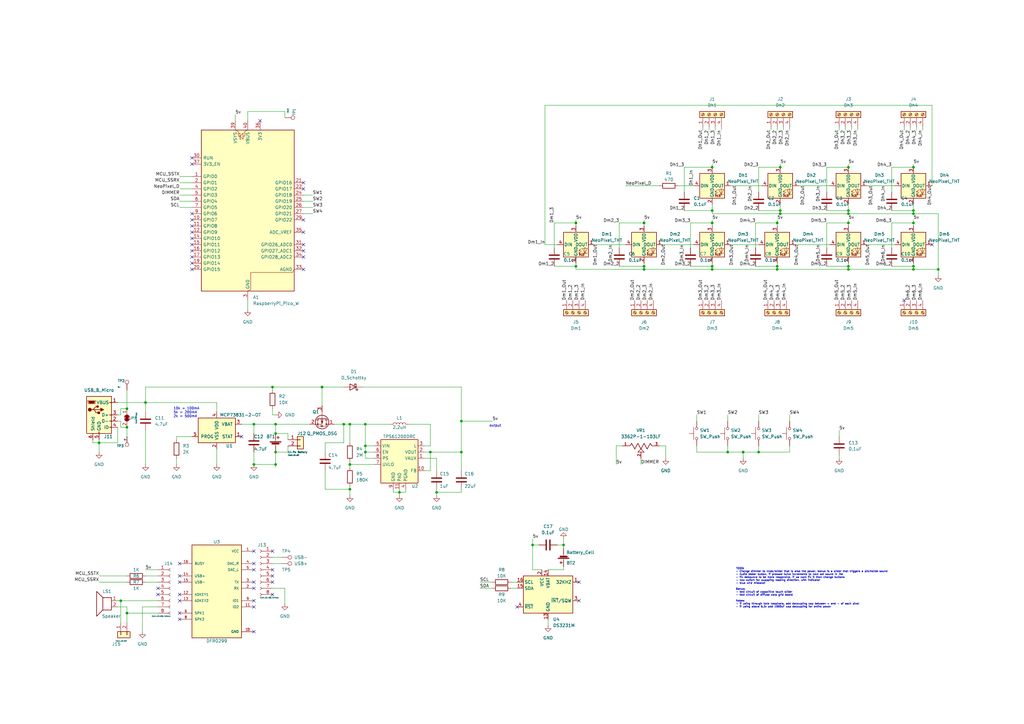
<source format=kicad_sch>
(kicad_sch (version 20250114) (generator "eeschema") (generator_version "9.0")
  (paper "A3")
  (title_block (title "JoeyFrank - Clock Circuit Template") (date "2022-12-23") (rev "5") (company "DCR"))
  (text "10k = 100mA\n5k = 200mA\n2k = 500mA" (at 71.12 171.45 0) (effects (font (size 1 1)) (justify left bottom)))
  (text "TODO: \n- Change dimmer to knob/slider that is also the power, bonus is a slider that triggers a pitchslide sound\n- Audio tester button, if pressed twice increments to next set sound in list\n- fix debounce to be more responsive, if we cant fix it then change buttons\n- new switch for swapping reading direction, with indicator \n- blue wire mistake!\n\nBonus: \n- test circuit of capacitive touch slider\n- test circuit of diffuse colo grid board\n\nNotes:\n- if using through hole neopixels, add decoupling cap between + and - of each pixel\n- if using above 6.3v add 1000uF cap decoupling for entire power" (at 301.752 249.428 0) (effects (font (size 0.75 0.75)) (justify left bottom)))
  (text "output" (at 200.66 175.26 0) (effects (font (size 1 1)) (justify left bottom)))
  (junction (at 143.51 200.66))
  (junction (at 384.81 110.49))
  (junction (at 264.16 91.44))
  (junction (at 264.16 110.49))
  (junction (at 49.53 246.38))
  (junction (at 52.07 251.46))
  (junction (at 149.86 173.99))
  (junction (at 236.22 109.22))
  (junction (at 104.14 173.99))
  (junction (at 113.03 190.5))
  (junction (at 40.64 181.61))
  (junction (at 347.98 68.58))
  (junction (at 347.98 109.22))
  (junction (at 320.04 86.36))
  (junction (at 52.07 175.26))
  (junction (at 218.44 223.52))
  (junction (at 318.77 91.44))
  (junction (at 311.15 185.42))
  (junction (at 143.51 173.99))
  (junction (at 292.1 68.58))
  (junction (at 292.1 110.49))
  (junction (at 231.14 223.52))
  (junction (at 104.14 190.5))
  (junction (at 149.86 185.42))
  (junction (at 298.45 185.42))
  (junction (at 113.03 173.99))
  (junction (at 140.97 173.99))
  (junction (at 143.51 190.5))
  (junction (at 320.04 68.58))
  (junction (at 163.83 201.93))
  (junction (at 374.65 87.63))
  (junction (at 52.07 167.64))
  (junction (at 318.77 110.49))
  (junction (at 374.65 110.49))
  (junction (at 113.03 185.42))
  (junction (at 292.1 91.44))
  (junction (at 189.23 172.72))
  (junction (at 113.03 177.8))
  (junction (at 149.86 182.88))
  (junction (at 132.08 158.75))
  (junction (at 374.65 68.58))
  (junction (at 374.65 91.44))
  (junction (at 111.76 158.75))
  (junction (at 59.69 165.1))
  (junction (at 176.53 185.42))
  (junction (at 179.07 201.93))
  (junction (at 189.23 185.42))
  (junction (at 347.98 87.63))
  (junction (at 318.77 109.22))
  (junction (at 304.8 185.42))
  (junction (at 292.1 109.22))
  (junction (at 347.98 110.49))
  (junction (at 374.65 86.36))
  (junction (at 347.98 86.36))
  (junction (at 264.16 109.22))
  (junction (at 292.1 86.36))
  (junction (at 347.98 91.44))
  (junction (at 320.04 87.63))
  (junction (at 236.22 91.44))
  (junction (at 374.65 109.22))
  (no_connect (at 64.77 243.84))
  (no_connect (at 212.09 248.92))
  (no_connect (at 124.46 77.47))
  (no_connect (at 124.46 100.33))
  (no_connect (at 73.66 251.46))
  (no_connect (at 73.66 254))
  (no_connect (at 78.74 102.87))
  (no_connect (at 64.77 241.3))
  (no_connect (at 104.14 233.68))
  (no_connect (at 78.74 67.31))
  (no_connect (at 104.14 248.92))
  (no_connect (at 78.74 90.17))
  (no_connect (at 382.27 100.33))
  (no_connect (at 124.46 95.25))
  (no_connect (at 73.66 238.76))
  (no_connect (at 73.66 243.84))
  (no_connect (at 124.46 90.17))
  (no_connect (at 73.66 236.22))
  (no_connect (at 73.66 246.38))
  (no_connect (at 111.76 233.68))
  (no_connect (at 111.76 226.06))
  (no_connect (at 78.74 107.95))
  (no_connect (at 78.74 95.25))
  (no_connect (at 78.74 87.63))
  (no_connect (at 104.14 259.08))
  (no_connect (at 237.49 238.76))
  (no_connect (at 99.06 179.07))
  (no_connect (at 111.76 236.22))
  (no_connect (at 124.46 74.93))
  (no_connect (at 104.14 226.06))
  (no_connect (at 73.66 231.14))
  (no_connect (at 124.46 105.41))
  (no_connect (at 237.49 246.38))
  (no_connect (at 78.74 92.71))
  (no_connect (at 78.74 64.77))
  (no_connect (at 111.76 243.84))
  (no_connect (at 124.46 102.87))
  (no_connect (at 106.68 49.53))
  (no_connect (at 78.74 105.41))
  (no_connect (at 124.46 110.49))
  (no_connect (at 370.84 123.19))
  (no_connect (at 104.14 238.76))
  (no_connect (at 104.14 241.3))
  (no_connect (at 111.76 238.76))
  (no_connect (at 78.74 97.79))
  (no_connect (at 104.14 246.38))
  (no_connect (at 78.74 100.33))
  (no_connect (at 78.74 110.49))
  (no_connect (at 104.14 231.14))
  (wire (pts (xy 167.64 173.99) (xy 176.53 173.99)))
  (wire (pts (xy 295.91 52.07) (xy 295.91 53.34)))
  (wire (pts (xy 143.51 189.23) (xy 143.51 190.5)))
  (wire (pts (xy 116.84 241.3) (xy 116.84 247.65)))
  (wire (pts (xy 349.25 52.07) (xy 349.25 53.34)))
  (wire (pts (xy 176.53 185.42) (xy 189.23 185.42)))
  (wire (pts (xy 382.27 43.18) (xy 223.52 43.18)))
  (wire (pts (xy 271.78 100.33) (xy 284.48 100.33)))
  (wire (pts (xy 292.1 83.82) (xy 292.1 86.36)))
  (wire (pts (xy 124.46 82.55) (xy 128.27 82.55)))
  (wire (pts (xy 163.83 201.93) (xy 163.83 203.2)))
  (wire (pts (xy 327.66 76.2) (xy 340.36 76.2)))
  (wire (pts (xy 133.35 185.42) (xy 133.35 181.61)))
  (wire (pts (xy 278.13 76.2) (xy 284.48 76.2)))
  (wire (pts (xy 298.45 185.42) (xy 304.8 185.42)))
  (wire (pts (xy 374.65 86.36) (xy 374.65 87.63)))
  (wire (pts (xy 254 109.22) (xy 264.16 109.22)))
  (wire (pts (xy 88.9 184.15) (xy 88.9 190.5)))
  (wire (pts (xy 49.53 170.18) (xy 49.53 167.64)))
  (wire (pts (xy 153.67 187.96) (xy 149.86 187.96)))
  (wire (pts (xy 347.98 83.82) (xy 347.98 86.36)))
  (wire (pts (xy 318.77 110.49) (xy 347.98 110.49)))
  (wire (pts (xy 64.77 233.68) (xy 59.69 233.68)))
  (wire (pts (xy 373.38 52.07) (xy 373.38 53.34)))
  (wire (pts (xy 309.88 91.44) (xy 318.77 91.44)))
  (wire (pts (xy 228.6 223.52) (xy 231.14 223.52)))
  (wire (pts (xy 113.03 173.99) (xy 127 173.99)))
  (wire (pts (xy 285.75 170.18) (xy 285.75 172.72)))
  (wire (pts (xy 365.76 101.6) (xy 365.76 91.44)))
  (wire (pts (xy 311.15 86.36) (xy 320.04 86.36)))
  (wire (pts (xy 189.23 200.66) (xy 189.23 201.93)))
  (wire (pts (xy 347.98 107.95) (xy 347.98 109.22)))
  (wire (pts (xy 166.37 200.66) (xy 166.37 201.93)))
  (wire (pts (xy 339.09 78.74) (xy 339.09 68.58)))
  (wire (pts (xy 365.76 86.36) (xy 374.65 86.36)))
  (wire (pts (xy 40.64 180.34) (xy 40.64 181.61)))
  (wire (pts (xy 344.17 176.53) (xy 344.17 179.07)))
  (wire (pts (xy 339.09 86.36) (xy 347.98 86.36)))
  (wire (pts (xy 227.33 91.44) (xy 236.22 91.44)))
  (wire (pts (xy 48.26 170.18) (xy 49.53 170.18)))
  (wire (pts (xy 254 91.44) (xy 264.16 91.44)))
  (wire (pts (xy 254 101.6) (xy 254 91.44)))
  (wire (pts (xy 292.1 67.31) (xy 292.1 68.58)))
  (wire (pts (xy 355.6 100.33) (xy 367.03 100.33)))
  (wire (pts (xy 280.67 78.74) (xy 280.67 68.58)))
  (wire (pts (xy 52.07 251.46) (xy 52.07 255.27)))
  (wire (pts (xy 88.9 165.1) (xy 88.9 168.91)))
  (wire (pts (xy 73.66 85.09) (xy 78.74 85.09)))
  (wire (pts (xy 298.45 170.18) (xy 298.45 172.72)))
  (wire (pts (xy 176.53 182.88) (xy 173.99 182.88)))
  (wire (pts (xy 320.04 83.82) (xy 320.04 86.36)))
  (wire (pts (xy 40.64 181.61) (xy 40.64 185.42)))
  (wire (pts (xy 243.84 100.33) (xy 256.54 100.33)))
  (wire (pts (xy 231.14 220.98) (xy 231.14 223.52)))
  (wire (pts (xy 355.6 76.2) (xy 367.03 76.2)))
  (wire (pts (xy 288.29 52.07) (xy 288.29 53.34)))
  (wire (pts (xy 283.21 109.22) (xy 292.1 109.22)))
  (wire (pts (xy 176.53 193.04) (xy 176.53 185.42)))
  (wire (pts (xy 374.65 92.71) (xy 374.65 91.44)))
  (wire (pts (xy 252.73 182.88) (xy 252.73 190.5)))
  (wire (pts (xy 323.85 52.07) (xy 323.85 53.34)))
  (wire (pts (xy 101.6 45.72) (xy 101.6 49.53)))
  (wire (pts (xy 149.86 173.99) (xy 160.02 173.99)))
  (wire (pts (xy 318.77 92.71) (xy 318.77 91.44)))
  (wire (pts (xy 99.06 173.99) (xy 104.14 173.99)))
  (wire (pts (xy 48.26 175.26) (xy 48.26 181.61)))
  (wire (pts (xy 344.17 52.07) (xy 344.17 53.34)))
  (wire (pts (xy 320.04 68.58) (xy 320.04 67.31)))
  (wire (pts (xy 374.65 110.49) (xy 384.81 110.49)))
  (wire (pts (xy 285.75 182.88) (xy 285.75 185.42)))
  (wire (pts (xy 64.77 236.22) (xy 59.69 236.22)))
  (wire (pts (xy 318.77 52.07) (xy 318.77 53.34)))
  (wire (pts (xy 323.85 182.88) (xy 323.85 185.42)))
  (wire (pts (xy 118.11 182.88) (xy 118.11 185.42)))
  (wire (pts (xy 218.44 223.52) (xy 220.98 223.52)))
  (wire (pts (xy 374.65 109.22) (xy 374.65 110.49)))
  (wire (pts (xy 347.98 87.63) (xy 374.65 87.63)))
  (wire (pts (xy 132.08 158.75) (xy 140.97 158.75)))
  (wire (pts (xy 40.64 236.22) (xy 52.07 236.22)))
  (wire (pts (xy 189.23 172.72) (xy 189.23 185.42)))
  (wire (pts (xy 64.77 248.92) (xy 58.42 248.92)))
  (wire (pts (xy 318.77 91.44) (xy 318.77 90.17)))
  (wire (pts (xy 52.07 175.26) (xy 49.53 175.26)))
  (wire (pts (xy 104.14 185.42) (xy 104.14 190.5)))
  (wire (pts (xy 143.51 190.5) (xy 153.67 190.5)))
  (wire (pts (xy 304.8 185.42) (xy 311.15 185.42)))
  (wire (pts (xy 299.72 100.33) (xy 311.15 100.33)))
  (wire (pts (xy 236.22 110.49) (xy 264.16 110.49)))
  (wire (pts (xy 280.67 86.36) (xy 292.1 86.36)))
  (wire (pts (xy 116.84 45.72) (xy 101.6 45.72)))
  (wire (pts (xy 137.16 173.99) (xy 140.97 173.99)))
  (wire (pts (xy 111.76 170.18) (xy 111.76 167.64)))
  (wire (pts (xy 48.26 165.1) (xy 59.69 165.1)))
  (wire (pts (xy 370.84 52.07) (xy 370.84 53.34)))
  (wire (pts (xy 48.26 248.92) (xy 52.07 248.92)))
  (wire (pts (xy 113.03 190.5) (xy 104.14 190.5)))
  (wire (pts (xy 111.76 158.75) (xy 59.69 158.75)))
  (wire (pts (xy 189.23 172.72) (xy 201.93 172.72)))
  (wire (pts (xy 264.16 92.71) (xy 264.16 91.44)))
  (wire (pts (xy 264.16 91.44) (xy 264.16 90.17)))
  (wire (pts (xy 49.53 246.38) (xy 49.53 255.27)))
  (wire (pts (xy 113.03 173.99) (xy 104.14 173.99)))
  (wire (pts (xy 347.98 110.49) (xy 374.65 110.49)))
  (wire (pts (xy 52.07 251.46) (xy 64.77 251.46)))
  (wire (pts (xy 49.53 246.38) (xy 64.77 246.38)))
  (wire (pts (xy 124.46 87.63) (xy 128.27 87.63)))
  (wire (pts (xy 52.07 248.92) (xy 52.07 251.46)))
  (wire (pts (xy 292.1 86.36) (xy 292.1 87.63)))
  (wire (pts (xy 64.77 238.76) (xy 59.69 238.76)))
  (wire (pts (xy 143.51 200.66) (xy 143.51 203.2)))
  (wire (pts (xy 223.52 100.33) (xy 228.6 100.33)))
  (wire (pts (xy 290.83 52.07) (xy 290.83 53.34)))
  (wire (pts (xy 351.79 52.07) (xy 351.79 53.34)))
  (wire (pts (xy 149.86 187.96) (xy 149.86 185.42)))
  (wire (pts (xy 236.22 107.95) (xy 236.22 109.22)))
  (wire (pts (xy 309.88 101.6) (xy 309.88 91.44)))
  (wire (pts (xy 143.51 173.99) (xy 143.51 181.61)))
  (wire (pts (xy 347.98 91.44) (xy 347.98 90.17)))
  (wire (pts (xy 113.03 173.99) (xy 113.03 177.8)))
  (wire (pts (xy 374.65 91.44) (xy 374.65 90.17)))
  (wire (pts (xy 143.51 199.39) (xy 143.51 200.66)))
  (wire (pts (xy 72.39 179.07) (xy 72.39 180.34)))
  (wire (pts (xy 293.37 52.07) (xy 293.37 53.34)))
  (wire (pts (xy 378.46 52.07) (xy 378.46 53.34)))
  (wire (pts (xy 344.17 186.69) (xy 344.17 187.96)))
  (wire (pts (xy 292.1 107.95) (xy 292.1 109.22)))
  (wire (pts (xy 49.53 172.72) (xy 48.26 172.72)))
  (wire (pts (xy 111.76 158.75) (xy 111.76 160.02)))
  (wire (pts (xy 298.45 182.88) (xy 298.45 185.42)))
  (wire (pts (xy 73.66 74.93) (xy 78.74 74.93)))
  (wire (pts (xy 283.21 91.44) (xy 292.1 91.44)))
  (wire (pts (xy 196.85 238.76) (xy 201.93 238.76)))
  (wire (pts (xy 273.05 182.88) (xy 273.05 187.96)))
  (wire (pts (xy 223.52 43.18) (xy 223.52 100.33)))
  (wire (pts (xy 292.1 109.22) (xy 292.1 110.49)))
  (wire (pts (xy 209.55 241.3) (xy 212.09 241.3)))
  (wire (pts (xy 316.23 52.07) (xy 316.23 53.34)))
  (wire (pts (xy 179.07 201.93) (xy 179.07 203.2)))
  (wire (pts (xy 339.09 91.44) (xy 347.98 91.44)))
  (wire (pts (xy 149.86 185.42) (xy 153.67 185.42)))
  (wire (pts (xy 118.11 185.42) (xy 113.03 185.42)))
  (wire (pts (xy 339.09 68.58) (xy 347.98 68.58)))
  (wire (pts (xy 323.85 170.18) (xy 323.85 172.72)))
  (wire (pts (xy 347.98 109.22) (xy 347.98 110.49)))
  (wire (pts (xy 292.1 91.44) (xy 292.1 92.71)))
  (wire (pts (xy 280.67 68.58) (xy 292.1 68.58)))
  (wire (pts (xy 59.69 165.1) (xy 59.69 168.91)))
  (wire (pts (xy 311.15 170.18) (xy 311.15 172.72)))
  (wire (pts (xy 132.08 166.37) (xy 132.08 158.75)))
  (wire (pts (xy 339.09 101.6) (xy 339.09 91.44)))
  (wire (pts (xy 264.16 109.22) (xy 264.16 110.49)))
  (wire (pts (xy 189.23 185.42) (xy 189.23 193.04)))
  (wire (pts (xy 218.44 223.52) (xy 218.44 233.68)))
  (wire (pts (xy 101.6 123.19) (xy 101.6 127)))
  (wire (pts (xy 264.16 107.95) (xy 264.16 109.22)))
  (wire (pts (xy 320.04 87.63) (xy 347.98 87.63)))
  (wire (pts (xy 365.76 78.74) (xy 365.76 68.58)))
  (wire (pts (xy 143.51 173.99) (xy 149.86 173.99)))
  (wire (pts (xy 382.27 76.2) (xy 382.27 43.18)))
  (wire (pts (xy 218.44 220.98) (xy 218.44 223.52)))
  (wire (pts (xy 49.53 175.26) (xy 49.53 172.72)))
  (wire (pts (xy 209.55 238.76) (xy 212.09 238.76)))
  (wire (pts (xy 347.98 86.36) (xy 347.98 87.63)))
  (wire (pts (xy 256.54 76.2) (xy 270.51 76.2)))
  (wire (pts (xy 73.66 77.47) (xy 78.74 77.47)))
  (wire (pts (xy 304.8 185.42) (xy 304.8 187.96)))
  (wire (pts (xy 59.69 176.53) (xy 59.69 190.5)))
  (wire (pts (xy 73.66 72.39) (xy 78.74 72.39)))
  (wire (pts (xy 179.07 200.66) (xy 179.07 201.93)))
  (wire (pts (xy 59.69 165.1) (xy 88.9 165.1)))
  (wire (pts (xy 236.22 90.17) (xy 236.22 91.44)))
  (wire (pts (xy 140.97 181.61) (xy 140.97 173.99)))
  (wire (pts (xy 73.66 82.55) (xy 78.74 82.55)))
  (wire (pts (xy 320.04 86.36) (xy 320.04 87.63)))
  (wire (pts (xy 173.99 185.42) (xy 176.53 185.42)))
  (wire (pts (xy 149.86 185.42) (xy 149.86 182.88)))
  (wire (pts (xy 96.52 46.99) (xy 96.52 49.53)))
  (wire (pts (xy 321.31 52.07) (xy 321.31 53.34)))
  (wire (pts (xy 52.07 160.02) (xy 52.07 167.64)))
  (wire (pts (xy 264.16 110.49) (xy 292.1 110.49)))
  (wire (pts (xy 124.46 85.09) (xy 128.27 85.09)))
  (wire (pts (xy 365.76 68.58) (xy 374.65 68.58)))
  (wire (pts (xy 318.77 107.95) (xy 318.77 109.22)))
  (wire (pts (xy 292.1 90.17) (xy 292.1 91.44)))
  (wire (pts (xy 52.07 175.26) (xy 52.07 179.07)))
  (wire (pts (xy 58.42 248.92) (xy 58.42 259.08)))
  (wire (pts (xy 374.65 87.63) (xy 384.81 87.63)))
  (wire (pts (xy 72.39 187.96) (xy 72.39 190.5)))
  (wire (pts (xy 113.03 190.5) (xy 113.03 191.77)))
  (wire (pts (xy 311.15 185.42) (xy 323.85 185.42)))
  (wire (pts (xy 270.51 182.88) (xy 273.05 182.88)))
  (wire (pts (xy 59.69 158.75) (xy 59.69 165.1)))
  (wire (pts (xy 311.15 185.42) (xy 311.15 182.88)))
  (wire (pts (xy 384.81 87.63) (xy 384.81 110.49)))
  (wire (pts (xy 374.65 68.58) (xy 374.65 67.31)))
  (wire (pts (xy 224.79 254) (xy 224.79 256.54)))
  (wire (pts (xy 227.33 101.6) (xy 227.33 91.44)))
  (wire (pts (xy 173.99 193.04) (xy 176.53 193.04)))
  (wire (pts (xy 179.07 193.04) (xy 179.07 187.96)))
  (wire (pts (xy 48.26 246.38) (xy 49.53 246.38)))
  (wire (pts (xy 161.29 201.93) (xy 161.29 200.66)))
  (wire (pts (xy 311.15 78.74) (xy 311.15 68.58)))
  (wire (pts (xy 375.92 52.07) (xy 375.92 53.34)))
  (wire (pts (xy 118.11 180.34) (xy 118.11 177.8)))
  (wire (pts (xy 299.72 76.2) (xy 312.42 76.2)))
  (wire (pts (xy 124.46 80.01) (xy 128.27 80.01)))
  (wire (pts (xy 179.07 187.96) (xy 173.99 187.96)))
  (wire (pts (xy 133.35 200.66) (xy 143.51 200.66)))
  (wire (pts (xy 309.88 109.22) (xy 318.77 109.22)))
  (wire (pts (xy 374.65 83.82) (xy 374.65 86.36)))
  (wire (pts (xy 133.35 181.61) (xy 140.97 181.61)))
  (wire (pts (xy 347.98 68.58) (xy 347.98 67.31)))
  (wire (pts (xy 38.1 181.61) (xy 40.64 181.61)))
  (wire (pts (xy 311.15 68.58) (xy 320.04 68.58)))
  (wire (pts (xy 148.59 158.75) (xy 189.23 158.75)))
  (wire (pts (xy 196.85 241.3) (xy 201.93 241.3)))
  (wire (pts (xy 365.76 109.22) (xy 374.65 109.22)))
  (wire (pts (xy 40.64 238.76) (xy 52.07 238.76)))
  (wire (pts (xy 113.03 170.18) (xy 111.76 170.18)))
  (wire (pts (xy 318.77 109.22) (xy 318.77 110.49)))
  (wire (pts (xy 111.76 231.14) (xy 115.57 231.14)))
  (wire (pts (xy 292.1 87.63) (xy 320.04 87.63)))
  (wire (pts (xy 133.35 193.04) (xy 133.35 200.66)))
  (wire (pts (xy 236.22 91.44) (xy 236.22 92.71)))
  (wire (pts (xy 113.03 185.42) (xy 113.03 190.5)))
  (wire (pts (xy 140.97 173.99) (xy 143.51 173.99)))
  (wire (pts (xy 374.65 107.95) (xy 374.65 109.22)))
  (wire (pts (xy 116.84 48.26) (xy 116.84 45.72)))
  (wire (pts (xy 149.86 182.88) (xy 149.86 173.99)))
  (wire (pts (xy 48.26 181.61) (xy 40.64 181.61)))
  (wire (pts (xy 149.86 182.88) (xy 153.67 182.88)))
  (wire (pts (xy 227.33 109.22) (xy 236.22 109.22)))
  (wire (pts (xy 262.89 187.96) (xy 262.89 190.5)))
  (wire (pts (xy 231.14 232.41) (xy 231.14 233.68)))
  (wire (pts (xy 176.53 173.99) (xy 176.53 182.88)))
  (wire (pts (xy 73.66 80.01) (xy 78.74 80.01)))
  (wire (pts (xy 118.11 177.8) (xy 113.03 177.8)))
  (wire (pts (xy 339.09 109.22) (xy 347.98 109.22)))
  (wire (pts (xy 326.39 100.33) (xy 340.36 100.33)))
  (wire (pts (xy 78.74 179.07) (xy 72.39 179.07)))
  (wire (pts (xy 346.71 52.07) (xy 346.71 53.34)))
  (wire (pts (xy 111.76 241.3) (xy 116.84 241.3)))
  (wire (pts (xy 365.76 91.44) (xy 374.65 91.44)))
  (wire (pts (xy 189.23 201.93) (xy 179.07 201.93)))
  (wire (pts (xy 283.21 101.6) (xy 283.21 91.44)))
  (wire (pts (xy 163.83 201.93) (xy 161.29 201.93)))
  (wire (pts (xy 231.14 223.52) (xy 231.14 224.79)))
  (wire (pts (xy 104.14 173.99) (xy 104.14 177.8)))
  (wire (pts (xy 384.81 110.49) (xy 384.81 113.03)))
  (wire (pts (xy 166.37 201.93) (xy 163.83 201.93)))
  (wire (pts (xy 236.22 109.22) (xy 236.22 110.49)))
  (wire (pts (xy 163.83 200.66) (xy 163.83 201.93)))
  (wire (pts (xy 255.27 182.88) (xy 252.73 182.88)))
  (wire (pts (xy 285.75 185.42) (xy 298.45 185.42)))
  (wire (pts (xy 189.23 158.75) (xy 189.23 172.72)))
  (wire (pts (xy 231.14 233.68) (xy 224.79 233.68)))
  (wire (pts (xy 222.25 233.68) (xy 218.44 233.68)))
  (wire (pts (xy 347.98 92.71) (xy 347.98 91.44)))
  (wire (pts (xy 292.1 110.49) (xy 318.77 110.49)))
  (wire (pts (xy 132.08 158.75) (xy 111.76 158.75)))
  (wire (pts (xy 111.76 228.6) (xy 115.57 228.6)))
  (wire (pts (xy 38.1 180.34) (xy 38.1 181.61)))
  (wire (pts (xy 143.51 190.5) (xy 143.51 191.77)))
  (wire (pts (xy 49.53 167.64) (xy 52.07 167.64)))
  (label "Dh3_Out" (at 344.17 53.34 270))
  (label "Dm4_2" (at 317.5 123.19 90))
  (label "Dh4_Out" (at 370.84 53.34 270))
  (label "MCU_SSTX" (at 73.66 72.39 180))
  (label "MCU_SSRX" (at 40.64 238.76 180))
  (label "Dm2_Out" (at 260.35 123.19 90))
  (label "Dm5_3" (at 339.09 91.44 180))
  (label "SW3" (at 128.27 85.09 0))
  (label "5v" (at 347.98 90.17 0))
  (label "SDA" (at 196.85 241.3 0))
  (label "Dm3_In" (at 280.67 100.33 270))
  (label "Dm4_3" (at 309.88 91.44 180))
  (label "Dh3_3" (at 339.09 68.58 180))
  (label "Dm1_In" (at 240.03 123.19 90))
  (label "Dm6_3" (at 365.76 91.44 180))
  (label "Dm3_2" (at 290.83 123.19 90))
  (label "Dh4_In" (at 363.22 76.2 270))
  (label "Dh1_3" (at 293.37 53.34 270))
  (label "Dm1_Out" (at 245.11 100.33 270))
  (label "Dm1_Out" (at 232.41 123.19 90))
  (label "Dh4_3" (at 375.92 53.34 270))
  (label "Dh3_Out" (at 358.14 76.2 270))
  (label "Dh2_Out" (at 316.23 53.34 270))
  (label "Dm4_3" (at 320.04 123.19 90))
  (label "Dh2_2" (at 318.77 53.34 270))
  (label "Dm4_2" (at 309.88 109.22 180))
  (label "Dh2_In" (at 323.85 53.34 270))
  (label "MCU_SSTX" (at 40.64 236.22 180))
  (label "Dm5_In" (at 336.55 100.33 270))
  (label "Dm4_In" (at 322.58 123.19 90))
  (label "SW1" (at 128.27 80.01 0))
  (label "Dh1_Out" (at 302.26 76.2 270))
  (label "Dm3_In" (at 295.91 123.19 90))
  (label "Dm3_Out" (at 288.29 123.19 90))
  (label "SW4" (at 323.85 170.18 0))
  (label "Dh2_In" (at 308.61 76.2 270))
  (label "Dm2_In" (at 267.97 123.19 90))
  (label "Dm6_In" (at 378.46 123.19 90))
  (label "Dh1_2" (at 280.67 86.36 180))
  (label "5v" (at 218.44 220.98 0))
  (label "Dh3_In" (at 351.79 53.34 270))
  (label "SW3" (at 311.15 170.18 0))
  (label "SW4" (at 128.27 87.63 0))
  (label "5v" (at 347.98 67.31 0))
  (label "5v" (at 374.65 90.17 0))
  (label "Dh4_In" (at 378.46 53.34 270))
  (label "5v" (at 236.22 90.17 0))
  (label "Dh3_3" (at 349.25 53.34 270))
  (label "Dh2_3" (at 311.15 68.58 180))
  (label "5v" (at 252.73 190.5 0))
  (label "5v" (at 292.1 67.31 0))
  (label "Dm2_3" (at 254 91.44 180))
  (label "Dm1_3" (at 237.49 123.19 90))
  (label "Dm1_In" (at 223.52 100.33 180))
  (label "5v" (at 96.52 46.99 0))
  (label "Dh4_3" (at 365.76 68.58 180))
  (label "Dh1_2" (at 290.83 53.34 270))
  (label "Dm3_3" (at 283.21 91.44 180))
  (label "SDA" (at 73.66 82.55 180))
  (label "Dm6_2" (at 373.38 123.19 90))
  (label "Dm2_2" (at 262.89 123.19 90))
  (label "5v" (at 318.77 90.17 0))
  (label "Dm2_2" (at 254 109.22 180))
  (label "Dh1_Out" (at 288.29 53.34 270))
  (label "NeoPixel_D" (at 73.66 77.47 180))
  (label "Dm3_3" (at 293.37 123.19 90))
  (label "Dh1_In" (at 284.48 76.2 90))
  (label "Dh2_Out" (at 330.2 76.2 270))
  (label "Dm5_2" (at 346.71 123.19 90))
  (label "Dm5_Out" (at 344.17 123.19 90))
  (label "Dh3_In" (at 336.55 76.2 270))
  (label "Dh4_Out" (at 382.27 76.2 270))
  (label "NeoPixel_D" (at 256.54 76.2 0))
  (label "Dm2_3" (at 265.43 123.19 90))
  (label "5v" (at 344.17 176.53 0))
  (label "Dh2_2" (at 311.15 86.36 180))
  (label "SCL" (at 196.85 238.76 0))
  (label "Dm2_Out" (at 273.05 100.33 270))
  (label "Dh2_3" (at 321.31 53.34 270))
  (label "Dh1_In" (at 295.91 53.34 270))
  (label "SW2" (at 298.45 170.18 0))
  (label "Dm2_In" (at 251.46 100.33 270))
  (label "5v" (at 374.65 67.31 0))
  (label "Dm4_Out" (at 327.66 100.33 270))
  (label "Dm5_3" (at 349.25 123.19 90))
  (label "Dh1_3" (at 280.67 68.58 180))
  (label "SCL" (at 73.66 85.09 180))
  (label "Dh3_2" (at 339.09 86.36 180))
  (label "5v" (at 59.69 233.68 0))
  (label "Dm5_2" (at 339.09 109.22 180))
  (label "Dh4_2" (at 373.38 53.34 270))
  (label "Dm3_Out" (at 300.99 100.33 270))
  (label "5v" (at 264.16 90.17 0))
  (label "SW1" (at 285.75 170.18 0))
  (label "Dm4_In" (at 307.34 100.33 270))
  (label "Dh4_2" (at 365.76 86.36 180))
  (label "5v" (at 201.93 172.72 0))
  (label "Dm1_2" (at 234.95 123.19 90))
  (label "Dh3_2" (at 346.71 53.34 270))
  (label "Dm1_3" (at 227.33 91.44 90))
  (label "5v" (at 292.1 90.17 0))
  (label "Dm5_In" (at 351.79 123.19 90))
  (label "Dm6_In" (at 363.22 100.33 270))
  (label "Dm6_3" (at 375.92 123.19 90))
  (label "SW2" (at 128.27 82.55 0))
  (label "Dm1_2" (at 227.33 109.22 180))
  (label "Dm3_2" (at 283.21 109.22 180))
  (label "DIMMER" (at 262.89 190.5 0))
  (label "DIMMER" (at 73.66 80.01 180))
  (label "Dm6_2" (at 365.76 109.22 180))
  (label "Dm5_Out" (at 356.87 100.33 270))
  (label "MCU_SSRX" (at 73.66 74.93 180))
  (label "Dm4_Out" (at 314.96 123.19 90))
  (label "5v" (at 320.04 67.31 0))
  (symbol (lib_id "Switch:SW_Push") (at 311.15 177.8 90) (unit 1)
    (property "Reference" "SW3" (at 312.42 176.5299 90) (effects (justify right)))
    (property "Value" "SW_Push" (at 312.42 179.0699 90) (effects (justify right)))
    (property "Footprint" "Button_Switch_THT:SW_PUSH_6mm_H5mm" (effects (hide yes)))
  )
  (symbol (lib_id "Connector:Screw_Terminal_01x04") (at 317.5 128.27 90) (mirror x) (unit 1)
    (property "Reference" "J8" (at 318.77 132.08 90))
    (property "Value" "Dm4" (at 318.77 134.62 90))
    (property "Footprint" "TerminalBlock_4Ucon:TerminalBlock_4Ucon_1x04_P3.50mm_Vertical" (effects (hide yes)))
    (property "Description" "Generic screw terminal, single row, 01x04, script generated (kicad-library-utils/schlib/autogen/connector/)" (effects (hide yes)))
  )
  (symbol (lib_id "Connector_Generic:Conn_01x02") (at 49.53 260.35 90) (mirror x) (unit 1)
    (property "Reference" "J15" (at 49.53 264.16 90) (effects (justify left)))
    (property "Value" "Conn_01x02" (at 52.07 262.89 90) (effects (font (size 0.5 0.5)) (justify left)))
    (property "Footprint" "TestPoint:TestPoint_2Pads_Pitch2.54mm_Drill0.8mm" (effects (hide yes)))
  )
  (symbol (lib_id "Connector:TestPoint") (at 116.84 48.26 270) (unit 1)
    (property "Reference" "TP1" (at 120.65 44.45 0) (effects (font (size 1 1)) (justify left)))
    (property "Value" "VBUS" (at 118.11 44.45 0) (effects (font (size 0.5 0.5)) (justify left)))
    (property "Footprint" "TestPoint:TestPoint_THTPad_2.5x2.5mm_Drill1.2mm" (effects (hide yes)))
  )
  (symbol (lib_id "Connector:TestPoint") (at 52.07 160.02 0) (unit 1)
    (property "Reference" "TP2" (at 48.26 156.21 0) (effects (font (size 1 1)) (justify left)))
    (property "Value" "D+" (at 48.26 158.75 0) (effects (font (size 0.5 0.5)) (justify left)))
    (property "Footprint" "TestPoint:TestPoint_THTPad_2.5x2.5mm_Drill1.2mm" (effects (hide yes)))
  )
  (symbol (lib_id "Connector:Screw_Terminal_01x04") (at 346.71 46.99 90) (unit 1)
    (property "Reference" "J3" (at 347.98 40.64 90))
    (property "Value" "Dh3" (at 347.98 43.18 90))
    (property "Footprint" "TerminalBlock_4Ucon:TerminalBlock_4Ucon_1x04_P3.50mm_Vertical" (effects (hide yes)))
    (property "Description" "Generic screw terminal, single row, 01x04, script generated (kicad-library-utils/schlib/autogen/connector/)" (effects (hide yes)))
  )
  (symbol (lib_id "Device:R") (at 143.51 185.42 0) (unit 1)
    (property "Reference" "R4" (at 146.05 184.1499 0) (effects (justify left)))
    (property "Value" "2M" (at 146.05 186.6899 0) (effects (justify left)))
    (property "Footprint" "Resistor_SMD:R_0805_2012Metric" (effects (hide yes)))
  )
  (symbol (lib_id "Connector:USB_B_Micro") (at 40.64 170.18 0) (unit 1)
    (property "Reference" "J11" (at 44.45 179.07 0))
    (property "Value" "USB_B_Micro" (at 40.64 160.02 0))
    (property "Footprint" "Connector_USB:USB_Micro-B_Molex-105017-0001" (effects (hide yes)))
  )
  (symbol (lib_id "Battery_Management:MCP73831-2-OT") (at 88.9 176.53 0) (unit 1)
    (property "Reference" "U1" (at 92.71 182.88 0) (effects (justify left)))
    (property "Value" "MCP73831-2-OT" (at 90.17 170.18 0) (effects (justify left)))
    (property "Footprint" "Package_TO_SOT_SMD:SOT-23-5" (effects (hide yes)))
    (property "Datasheet" "http://ww1.microchip.com/downloads/en/DeviceDoc/20001984g.pdf" (effects (hide yes)))
  )
  (symbol (lib_id "Device:C") (at 365.76 105.41 0) (unit 1)
    (property "Reference" "C10" (at 369.57 104.1399 0) (effects (justify left)))
    (property "Value" "0.1uF" (at 369.57 106.6799 0) (effects (justify left)))
    (property "Footprint" "Capacitor_SMD:C_0805_2012Metric" (effects (hide yes)))
  )
  (symbol (lib_id "3362P:3362P-1-103LF") (at 262.89 182.88 0) (unit 1)
    (property "Reference" "VR1" (at 262.89 176.53 0))
    (property "Value" "3362P-1-103LF" (at 262.89 179.07 0))
    (property "Footprint" "_Parts:TRIM_3362P-1-103LF" (effects (hide yes)))
    (property "Description" "\nTrimmer, Cermet, Rest 10 Kilohms, PCB, 1 Turns, Pwr-Rtg 0.5 W, Tol 10% | Bourns 3362P-1-103LF\n" (effects (hide yes)))
    (property "MF" "Bourns" (effects (hide yes)))
    (property "DESCRIPTION" "10 kOhms 0.5W, 1/2W PC Pins Through Hole Trimmer Potentiometer Cermet 1.0 Turn Top Adjustment" (effects (hide yes)))
    (property "PACKAGE" "3362P-1 Bourns Inc." (effects (hide yes)))
    (property "PRICE" "None" (effects (hide yes)))
    (property "Package" "3362P-1 Bourns Inc." (effects (hide yes)))
    (property "Check_prices" "https://www.snapeda.com/parts/3362P-1-103LF/Bourns/view-part/?ref=eda" (effects (hide yes)))
    (property "SnapEDA_Link" "https://www.snapeda.com/parts/3362P-1-103LF/Bourns/view-part/?ref=snap" (effects (hide yes)))
    (property "MP" "3362P-1-103LF" (effects (hide yes)))
    (property "RS_Components_70153603_Purchase_URL" "https://www.snapeda.com/api/url_track_click/https%253A//us.rs-online.com/product/bourns/3362p-1-103lf/70153603/%253Futm_source%253DSnapEDA%2526utm_medium%253Dpart_sourcing%2526utm_campaign%253Dpartsourcing_SnapEDA_IMP_EX_GR/?unipart_id=13764&manufacturer=Bourns&part_name=3362P-1-103LF&search_term=3362p-1-103" (effects (hide yes)))
    (property "AVAILABILITY" "In Stock" (effects (hide yes)))
    (property "PURCHASE-URL" "https://pricing.snapeda.com/search/part/3362P-1-103LF/?ref=eda" (effects (hide yes)))
  )
  (symbol (lib_id "LED:NeoPixel_THT") (at 264.16 100.33 0) (unit 1)
    (property "Reference" "Dm2" (at 276.86 95.9993 0))
    (property "Value" "NeoPixel_THT" (at 276.86 98.5393 0))
    (property "Footprint" "LED_THT:LED_D5.0mm-4_RGB" (effects (hide yes)))
    (property "Datasheet" "https://www.adafruit.com/product/1938" (effects (hide yes)))
  )
  (symbol (lib_id "Device:R") (at 55.88 238.76 270) (mirror x) (unit 1)
    (property "Reference" "R7" (at 55.88 238.76 90))
    (property "Value" "1K" (at 55.88 241.3 90))
    (property "Footprint" "Resistor_SMD:R_0805_2012Metric" (effects (hide yes)))
  )
  (symbol (lib_id "power:GND") (at 113.03 170.18 90) (unit 1)
    (property "Reference" "#PWR03" (effects (hide yes)))
    (property "Value" "GND" (at 116.84 170.1799 90) (effects (justify right)))
  )
  (symbol (lib_id "Device:C") (at 365.76 82.55 0) (unit 1)
    (property "Reference" "C4" (at 369.57 81.2799 0) (effects (justify left)))
    (property "Value" "0.1uF" (at 369.57 83.8199 0) (effects (justify left)))
    (property "Footprint" "Capacitor_SMD:C_0805_2012Metric" (effects (hide yes)))
  )
  (symbol (lib_id "power:GND") (at 179.07 203.2 0) (unit 1)
    (property "Reference" "#PWR014" (effects (hide yes)))
    (property "Value" "GND" (at 179.07 208.28 0))
  )
  (symbol (lib_id "Switch:SW_Push") (at 298.45 177.8 90) (unit 1)
    (property "Reference" "SW2" (at 299.72 176.5299 90) (effects (justify right)))
    (property "Value" "SW_Push" (at 299.72 179.0699 90) (effects (justify right)))
    (property "Footprint" "Button_Switch_THT:SW_PUSH_6mm_H5mm" (effects (hide yes)))
  )
  (symbol (lib_id "Device:R") (at 205.74 238.76 90) (unit 1)
    (property "Reference" "R8" (at 205.74 233.68 90))
    (property "Value" "10K" (at 205.74 236.22 90))
    (property "Footprint" "Resistor_SMD:R_0805_2012Metric" (effects (hide yes)))
  )
  (symbol (lib_id "power:GND") (at 104.14 190.5 0) (unit 1)
    (property "Reference" "#PWR011" (effects (hide yes)))
    (property "Value" "GND" (at 104.14 195.58 0))
  )
  (symbol (lib_id "Device:C") (at 311.15 82.55 0) (unit 1)
    (property "Reference" "C2" (at 314.96 81.2799 0) (effects (justify left)))
    (property "Value" "0.1uF" (at 314.96 83.8199 0) (effects (justify left)))
    (property "Footprint" "Capacitor_SMD:C_0805_2012Metric" (effects (hide yes)))
  )
  (symbol (lib_id "LED:NeoPixel_THT") (at 236.22 100.33 0) (unit 1)
    (property "Reference" "Dm1" (at 248.92 95.9993 0))
    (property "Value" "NeoPixel_THT" (at 248.92 98.5393 0))
    (property "Footprint" "LED_THT:LED_D5.0mm-4_RGB" (effects (hide yes)))
    (property "Datasheet" "https://www.adafruit.com/product/1938" (effects (hide yes)))
  )
  (symbol (lib_id "LED:NeoPixel_THT") (at 347.98 76.2 0) (unit 1)
    (property "Reference" "Dh3" (at 360.68 71.8693 0))
    (property "Value" "NeoPixel_THT" (at 360.68 74.4093 0))
    (property "Footprint" "LED_THT:LED_D5.0mm-4_RGB" (effects (hide yes)))
    (property "Datasheet" "https://www.adafruit.com/product/1938" (effects (hide yes)))
  )
  (symbol (lib_id "Connector:Screw_Terminal_01x04") (at 346.71 128.27 90) (mirror x) (unit 1)
    (property "Reference" "J9" (at 347.98 132.08 90))
    (property "Value" "Dm5" (at 347.98 134.62 90))
    (property "Footprint" "TerminalBlock_4Ucon:TerminalBlock_4Ucon_1x04_P3.50mm_Vertical" (effects (hide yes)))
    (property "Description" "Generic screw terminal, single row, 01x04, script generated (kicad-library-utils/schlib/autogen/connector/)" (effects (hide yes)))
  )
  (symbol (lib_id "Connector_Generic:Conn_01x02") (at 123.19 180.34 0) (unit 1)
    (property "Reference" "J12" (at 121.92 177.8 0) (effects (justify left)))
    (property "Value" "Conn_01x02" (at 118.11 186.69 0) (effects (font (size 0.5 0.5)) (justify left)))
    (property "Footprint" "Connector_JST:JST_PH_S2B-PH-K_1x02_P2.00mm_Horizontal" (effects (hide yes)))
  )
  (symbol (lib_id "Device:C") (at 280.67 82.55 0) (unit 1)
    (property "Reference" "C1" (at 284.48 81.2799 0) (effects (justify left)))
    (property "Value" "0.1uF" (at 284.48 83.8199 0) (effects (justify left)))
    (property "Footprint" "Capacitor_SMD:C_0805_2012Metric" (effects (hide yes)))
  )
  (symbol (lib_id "Connector:Conn_01x08_Female") (at 69.85 241.3 0) (unit 1)
    (property "Reference" "J14" (at 67.31 231.14 0) (effects (justify left)))
    (property "Value" "Conn_01x08_Female" (at 62.23 252.73 0) (effects (font (size 0.5 0.5)) (justify left)))
    (property "Footprint" "Connector_PinHeader_2.54mm:PinHeader_1x08_P2.54mm_Vertical" (effects (hide yes)))
  )
  (symbol (lib_id "power:GND") (at 101.6 127 0) (unit 1)
    (property "Reference" "#PWR02" (effects (hide yes)))
    (property "Value" "GND" (at 101.6 132.08 0))
  )
  (symbol (lib_id "Device:R") (at 55.88 236.22 270) (mirror x) (unit 1)
    (property "Reference" "R6" (at 55.88 236.22 90))
    (property "Value" "1K" (at 55.88 233.68 90))
    (property "Footprint" "Resistor_SMD:R_0805_2012Metric" (effects (hide yes)))
  )
  (symbol (lib_id "Jumper:SolderJumper_2_Bridged") (at 52.07 171.45 270) (unit 1)
    (property "Reference" "JP1" (at 54.61 171.45 90) (effects (font (size 1 1))))
    (property "Value" "Data_Bridge" (at 55.88 171.45 0) (effects (font (size 0.5 0.5))))
    (property "Footprint" "Jumper:SolderJumper-2_P1.3mm_Bridged_Pad1.0x1.5mm" (effects (hide yes)))
  )
  (symbol (lib_id "Switch:SW_Push") (at 285.75 177.8 90) (unit 1)
    (property "Reference" "SW1" (at 287.02 176.5299 90) (effects (justify right)))
    (property "Value" "SW_Push" (at 287.02 179.0699 90) (effects (justify right)))
    (property "Footprint" "Button_Switch_THT:SW_PUSH_6mm_H5mm" (effects (hide yes)))
  )
  (symbol (lib_id "Device:C") (at 344.17 182.88 0) (unit 1)
    (property "Reference" "C13" (at 347.98 181.6099 0) (effects (justify left)))
    (property "Value" "0.1uF" (at 347.98 184.1499 0) (effects (justify left)))
    (property "Footprint" "Capacitor_SMD:C_0805_2012Metric" (effects (hide yes)))
  )
  (symbol (lib_id "power:GND") (at 40.64 185.42 0) (unit 1)
    (property "Reference" "#PWR04" (effects (hide yes)))
    (property "Value" "GND" (at 40.64 190.5 0))
  )
  (symbol (lib_id "Connector:Screw_Terminal_01x04") (at 373.38 128.27 90) (mirror x) (unit 1)
    (property "Reference" "J10" (at 374.65 132.08 90))
    (property "Value" "Dm6" (at 374.65 134.62 90))
    (property "Footprint" "TerminalBlock_4Ucon:TerminalBlock_4Ucon_1x04_P3.50mm_Vertical" (effects (hide yes)))
    (property "Description" "Generic screw terminal, single row, 01x04, script generated (kicad-library-utils/schlib/autogen/connector/)" (effects (hide yes)))
  )
  (symbol (lib_id "Connector:Screw_Terminal_01x04") (at 318.77 46.99 90) (unit 1)
    (property "Reference" "J2" (at 320.04 40.64 90))
    (property "Value" "Dh2" (at 320.04 43.18 90))
    (property "Footprint" "TerminalBlock_4Ucon:TerminalBlock_4Ucon_1x04_P3.50mm_Vertical" (effects (hide yes)))
    (property "Description" "Generic screw terminal, single row, 01x04, script generated (kicad-library-utils/schlib/autogen/connector/)" (effects (hide yes)))
  )
  (symbol (lib_id "Connector:Screw_Terminal_01x04") (at 373.38 46.99 90) (unit 1)
    (property "Reference" "J4" (at 374.65 40.64 90))
    (property "Value" "Dh4" (at 374.65 43.18 90))
    (property "Footprint" "TerminalBlock_4Ucon:TerminalBlock_4Ucon_1x04_P3.50mm_Vertical" (effects (hide yes)))
    (property "Description" "Generic screw terminal, single row, 01x04, script generated (kicad-library-utils/schlib/autogen/connector/)" (effects (hide yes)))
  )
  (symbol (lib_id "Device:R") (at 205.74 241.3 90) (unit 1)
    (property "Reference" "R9" (at 205.74 243.84 90))
    (property "Value" "10K" (at 205.74 246.38 90))
    (property "Footprint" "Resistor_SMD:R_0805_2012Metric" (effects (hide yes)))
  )
  (symbol (lib_id "Device:C") (at 283.21 105.41 0) (unit 1)
    (property "Reference" "C7" (at 287.02 104.1399 0) (effects (justify left)))
    (property "Value" "0.1uF" (at 287.02 106.6799 0) (effects (justify left)))
    (property "Footprint" "Capacitor_SMD:C_0805_2012Metric" (effects (hide yes)))
  )
  (symbol (lib_id "Connector:Conn_01x08_Female") (at 106.68 233.68 0) (mirror y) (unit 1)
    (property "Reference" "J13" (at 109.22 223.52 0) (effects (justify left)))
    (property "Value" "Conn_01x08_Female" (at 114.3 245.11 0) (effects (font (size 0.5 0.5)) (justify left)))
    (property "Footprint" "Connector_PinHeader_2.54mm:PinHeader_1x08_P2.54mm_Vertical" (effects (hide yes)))
  )
  (symbol (lib_id "Device:C") (at 227.33 105.41 0) (unit 1)
    (property "Reference" "C5" (at 231.14 104.1399 0) (effects (justify left)))
    (property "Value" "0.1uF" (at 231.14 106.6799 0) (effects (justify left)))
    (property "Footprint" "Capacitor_SMD:C_0805_2012Metric" (effects (hide yes)))
  )
  (symbol (lib_id "Connector:Screw_Terminal_01x04") (at 262.89 128.27 90) (mirror x) (unit 1)
    (property "Reference" "J6" (at 264.16 132.08 90))
    (property "Value" "Dm2" (at 264.16 134.62 90))
    (property "Footprint" "TerminalBlock_4Ucon:TerminalBlock_4Ucon_1x04_P3.50mm_Vertical" (effects (hide yes)))
    (property "Description" "Generic screw terminal, single row, 01x04, script generated (kicad-library-utils/schlib/autogen/connector/)" (effects (hide yes)))
  )
  (symbol (lib_id "Device:L") (at 163.83 173.99 90) (unit 1)
    (property "Reference" "L1" (at 163.83 171.45 90))
    (property "Value" "2.2uH" (at 163.83 175.26 90))
    (property "Footprint" "Inductor_SMD:L_0603_1608Metric" (effects (hide yes)))
  )
  (symbol (lib_id "power:GND") (at 384.81 113.03 0) (unit 1)
    (property "Reference" "#PWR01" (effects (hide yes)))
    (property "Value" "GND" (at 384.81 118.11 0))
  )
  (symbol (lib_id "Device:C") (at 309.88 105.41 0) (unit 1)
    (property "Reference" "C8" (at 313.69 104.1399 0) (effects (justify left)))
    (property "Value" "0.1uF" (at 313.69 106.6799 0) (effects (justify left)))
    (property "Footprint" "Capacitor_SMD:C_0805_2012Metric" (effects (hide yes)))
  )
  (symbol (lib_id "Connector:TestPoint") (at 52.07 179.07 180) (unit 1)
    (property "Reference" "TP3" (at 50.8 182.88 0) (effects (font (size 1 1)) (justify left)))
    (property "Value" "D-" (at 52.07 180.34 0) (effects (font (size 0.5 0.5)) (justify left)))
    (property "Footprint" "TestPoint:TestPoint_THTPad_2.5x2.5mm_Drill1.2mm" (effects (hide yes)))
  )
  (symbol (lib_id "Connector:TestPoint") (at 115.57 228.6 270) (unit 1)
    (property "Reference" "TP4" (at 115.57 226.06 90) (effects (justify left)))
    (property "Value" "USB-" (at 120.65 228.6 90) (effects (justify left)))
    (property "Footprint" "TestPoint:TestPoint_THTPad_2.5x2.5mm_Drill1.2mm" (effects (hide yes)))
  )
  (symbol (lib_id "DFR0299:DFR0299") (at 88.9 241.3 0) (unit 1) (on_board no)
    (property "Reference" "U3" (at 88.9 222.25 0))
    (property "Value" "DFR0299" (at 88.9 262.89 0))
    (property "Footprint" "Arduino_Nano:DFPlayer_V2" (effects (hide yes)))
    (property "MP" "DFR0299" (effects (hide yes)))
    (property "DESCRIPTION" "Dfplayer - a Mini Mp3 Player" (effects (hide yes)))
    (property "PACKAGE" "None" (effects (hide yes)))
    (property "PRICE" "None" (effects (hide yes)))
    (property "AVAILABILITY" "Unavailable" (effects (hide yes)))
    (property "MF" "DFRobot" (effects (hide yes)))
  )
  (symbol (lib_id "LED:NeoPixel_THT") (at 292.1 76.2 0) (unit 1)
    (property "Reference" "Dh1" (at 304.8 71.8693 0))
    (property "Value" "NeoPixel_THT" (at 304.8 74.4093 0))
    (property "Footprint" "LED_THT:LED_D5.0mm-4_RGB" (effects (hide yes)))
    (property "Datasheet" "https://www.adafruit.com/product/1938" (effects (hide yes)))
  )
  (symbol (lib_id "Device:D_Schottky") (at 144.78 158.75 180) (unit 1)
    (property "Reference" "D1" (at 145.0975 152.4 0))
    (property "Value" "D_Schottky" (at 145.0975 154.94 0))
    (property "Footprint" "Diode_SMD:D_SMA" (effects (hide yes)))
  )
  (symbol (lib_id "LED:NeoPixel_THT") (at 374.65 76.2 0) (unit 1)
    (property "Reference" "Dh4" (at 387.35 71.8693 0))
    (property "Value" "NeoPixel_THT" (at 387.35 74.4093 0))
    (property "Footprint" "LED_THT:LED_D5.0mm-4_RGB" (effects (hide yes)))
    (property "Datasheet" "https://www.adafruit.com/product/1938" (effects (hide yes)))
  )
  (symbol (lib_id "Device:Speaker") (at 43.18 246.38 0) (mirror y) (unit 1) (on_board no)
    (property "Reference" "LS1" (at 45.72 242.57 0) (effects (justify left)))
    (property "Value" "Speaker" (at 49.53 252.73 0) (effects (justify left)))
  )
  (symbol (lib_id "power:GND") (at 231.14 220.98 180) (unit 1)
    (property "Reference" "#PWR015" (effects (hide yes)))
    (property "Value" "GND" (at 231.14 217.17 0))
  )
  (symbol (lib_id "Device:R") (at 111.76 163.83 0) (unit 1)
    (property "Reference" "R2" (at 114.3 162.5599 0) (effects (justify left)))
    (property "Value" "10K" (at 114.3 165.0999 0) (effects (justify left)))
    (property "Footprint" "Resistor_SMD:R_0805_2012Metric" (effects (hide yes)))
  )
  (symbol (lib_id "LED:NeoPixel_THT") (at 347.98 100.33 0) (unit 1)
    (property "Reference" "Dm5" (at 360.68 95.9993 0))
    (property "Value" "NeoPixel_THT" (at 360.68 98.5393 0))
    (property "Footprint" "LED_THT:LED_D5.0mm-4_RGB" (effects (hide yes)))
    (property "Datasheet" "https://www.adafruit.com/product/1938" (effects (hide yes)))
  )
  (symbol (lib_id "Connector:TestPoint") (at 115.57 231.14 270) (unit 1)
    (property "Reference" "TP5" (at 115.57 233.68 90) (effects (justify left)))
    (property "Value" "USB+" (at 120.65 231.14 90) (effects (justify left)))
    (property "Footprint" "TestPoint:TestPoint_THTPad_2.5x2.5mm_Drill1.2mm" (effects (hide yes)))
  )
  (symbol (lib_id "power:GND") (at 163.83 203.2 0) (unit 1)
    (property "Reference" "#PWR013" (effects (hide yes)))
    (property "Value" "GND" (at 163.83 208.28 0))
  )
  (symbol (lib_id "Device:C") (at 104.14 181.61 0) (unit 1)
    (property "Reference" "C12" (at 104.14 179.07 0) (effects (justify left)))
    (property "Value" "4.7uF" (at 104.14 184.15 0) (effects (justify left)))
    (property "Footprint" "Capacitor_SMD:C_0805_2012Metric" (effects (hide yes)))
  )
  (symbol (lib_id "MCU_Module:RaspberryPi_Pico_W") (at 101.6 87.63 0) (unit 1)
    (property "Reference" "A1" (at 103.7433 121.92 0) (effects (justify left)))
    (property "Value" "RaspberryPi_Pico_W" (at 103.7433 124.46 0) (effects (justify left)))
    (property "Footprint" "Module:RaspberryPi_Pico_W_SMD_HandSolder" (effects (hide yes)))
    (property "Datasheet" "https://datasheets.raspberrypi.com/picow/pico-w-datasheet.pdf" (effects (hide yes)))
    (property "Description" "Versatile and inexpensive wireless microcontroller module powered by RP2040 dual-core Arm Cortex-M0+ processor up to 133 MHz, 264kB SRAM, 2MB QSPI flash, Infineon CYW43439 2.4GHz 802.11n wireless LAN; also supports Raspberry Pi Pico 2 W" (effects (hide yes)))
  )
  (symbol (lib_id "LED:NeoPixel_THT") (at 320.04 76.2 0) (unit 1)
    (property "Reference" "Dh2" (at 332.74 71.8693 0))
    (property "Value" "NeoPixel_THT" (at 332.74 74.4093 0))
    (property "Footprint" "LED_THT:LED_D5.0mm-4_RGB" (effects (hide yes)))
    (property "Datasheet" "https://www.adafruit.com/product/1938" (effects (hide yes)))
  )
  (symbol (lib_id "Device:R") (at 72.39 184.15 0) (unit 1)
    (property "Reference" "R3" (at 74.93 182.8799 0) (effects (justify left)))
    (property "Value" "2K" (at 74.93 185.4199 0) (effects (justify left)))
    (property "Footprint" "Resistor_SMD:R_0805_2012Metric" (effects (hide yes)))
  )
  (symbol (lib_id "Device:C") (at 339.09 105.41 0) (unit 1)
    (property "Reference" "C9" (at 342.9 104.1399 0) (effects (justify left)))
    (property "Value" "0.1uF" (at 342.9 106.6799 0) (effects (justify left)))
    (property "Footprint" "Capacitor_SMD:C_0805_2012Metric" (effects (hide yes)))
  )
  (symbol (lib_id "Device:C") (at 59.69 172.72 0) (unit 1)
    (property "Reference" "C11" (at 63.5 171.4499 0) (effects (justify left)))
    (property "Value" "4.7uF" (at 63.5 173.9899 0) (effects (justify left)))
    (property "Footprint" "Capacitor_SMD:C_0805_2012Metric" (effects (hide yes)))
  )
  (symbol (lib_id "power:GND") (at 88.9 190.5 0) (unit 1)
    (property "Reference" "#PWR010" (effects (hide yes)))
    (property "Value" "GND" (at 88.9 195.58 0))
  )
  (symbol (lib_id "Device:C") (at 254 105.41 0) (unit 1)
    (property "Reference" "C6" (at 257.81 104.1399 0) (effects (justify left)))
    (property "Value" "0.1uF" (at 257.81 106.6799 0) (effects (justify left)))
    (property "Footprint" "Capacitor_SMD:C_0805_2012Metric" (effects (hide yes)))
  )
  (symbol (lib_id "LED:NeoPixel_THT") (at 374.65 100.33 0) (unit 1)
    (property "Reference" "Dm6" (at 387.35 95.9993 0))
    (property "Value" "NeoPixel_THT" (at 387.35 98.5393 0))
    (property "Footprint" "LED_THT:LED_D5.0mm-4_RGB" (effects (hide yes)))
    (property "Datasheet" "https://www.adafruit.com/product/1938" (effects (hide yes)))
  )
  (symbol (lib_id "power:GND") (at 58.42 259.08 0) (unit 1)
    (property "Reference" "#PWR018" (effects (hide yes)))
    (property "Value" "GND" (at 58.42 264.16 0))
  )
  (symbol (lib_id "Connector:Screw_Terminal_01x04") (at 290.83 46.99 90) (unit 1)
    (property "Reference" "J1" (at 292.1 40.64 90))
    (property "Value" "Dh1" (at 292.1 43.18 90))
    (property "Footprint" "TerminalBlock_4Ucon:TerminalBlock_4Ucon_1x04_P3.50mm_Vertical" (effects (hide yes)))
    (property "Description" "Generic screw terminal, single row, 01x04, script generated (kicad-library-utils/schlib/autogen/connector/)" (effects (hide yes)))
  )
  (symbol (lib_id "Device:R") (at 143.51 195.58 0) (unit 1)
    (property "Reference" "R5" (at 146.05 194.3099 0) (effects (justify left)))
    (property "Value" "180K" (at 146.05 196.8499 0) (effects (justify left)))
    (property "Footprint" "Resistor_SMD:R_0805_2012Metric" (effects (hide yes)))
  )
  (symbol (lib_id "power:GND") (at 224.79 256.54 0) (unit 1)
    (property "Reference" "#PWR017" (effects (hide yes)))
    (property "Value" "GND" (at 224.79 261.62 0))
  )
  (symbol (lib_id "power:GND") (at 116.84 247.65 0) (unit 1)
    (property "Reference" "#PWR016" (effects (hide yes)))
    (property "Value" "GND" (at 116.84 252.73 0))
  )
  (symbol (lib_id "power:GND") (at 72.39 190.5 0) (unit 1)
    (property "Reference" "#PWR09" (effects (hide yes)))
    (property "Value" "GND" (at 72.39 195.58 0))
  )
  (symbol (lib_id "Connector:Screw_Terminal_01x04") (at 290.83 128.27 90) (mirror x) (unit 1)
    (property "Reference" "J7" (at 292.1 132.08 90))
    (property "Value" "Dm3" (at 292.1 134.62 90))
    (property "Footprint" "TerminalBlock_4Ucon:TerminalBlock_4Ucon_1x04_P3.50mm_Vertical" (effects (hide yes)))
    (property "Description" "Generic screw terminal, single row, 01x04, script generated (kicad-library-utils/schlib/autogen/connector/)" (effects (hide yes)))
  )
  (symbol (lib_id "Device:Q_PMOS_DSG") (at 132.08 171.45 270) (unit 1)
    (property "Reference" "Q1" (at 129.54 168.91 90))
    (property "Value" "Q_PMOS_DSG" (at 132.08 177.8 90))
    (property "Footprint" "Package_TO_SOT_SMD:SOT-23" (effects (hide yes)))
  )
  (symbol (lib_id "Regulator_Switching:TPS61200DRC") (at 163.83 187.96 0) (unit 1)
    (property "Reference" "U2" (at 170.18 199.39 0))
    (property "Value" "TPS61200DRC" (at 163.83 179.07 0))
    (property "Footprint" "Package_SON:Texas_S-PVSON-N10_ThermalVias" (effects (hide yes)))
    (property "Datasheet" "http://www.ti.com/lit/ds/symlink/tps61200.pdf" (effects (hide yes)))
  )
  (symbol (lib_id "Device:C") (at 179.07 196.85 0) (unit 1)
    (property "Reference" "C15" (at 180.34 194.31 0) (effects (justify left)))
    (property "Value" "1uF" (at 180.34 199.39 0) (effects (justify left)))
    (property "Footprint" "Capacitor_SMD:C_0805_2012Metric" (effects (hide yes)))
  )
  (symbol (lib_id "Device:C") (at 189.23 196.85 0) (unit 1)
    (property "Reference" "C16" (at 190.5 194.31 0) (effects (justify left)))
    (property "Value" "22uF" (at 190.5 199.39 0) (effects (justify left)))
    (property "Footprint" "Capacitor_SMD:C_0805_2012Metric" (effects (hide yes)))
  )
  (symbol (lib_id "power:GND") (at 143.51 203.2 0) (unit 1)
    (property "Reference" "#PWR012" (effects (hide yes)))
    (property "Value" "GND" (at 143.51 208.28 0))
  )
  (symbol (lib_id "LED:NeoPixel_THT") (at 292.1 100.33 0) (unit 1)
    (property "Reference" "Dm3" (at 304.8 95.9993 0))
    (property "Value" "NeoPixel_THT" (at 304.8 98.5393 0))
    (property "Footprint" "LED_THT:LED_D5.0mm-4_RGB" (effects (hide yes)))
    (property "Datasheet" "https://www.adafruit.com/product/1938" (effects (hide yes)))
  )
  (symbol (lib_id "Device:C") (at 224.79 223.52 270) (unit 1)
    (property "Reference" "C17" (at 224.79 215.9 90))
    (property "Value" "0.1uF" (at 224.79 218.44 90))
    (property "Footprint" "Capacitor_SMD:C_0805_2012Metric" (effects (hide yes)))
  )
  (symbol (lib_id "power:GND") (at 304.8 187.96 0) (unit 1)
    (property "Reference" "#PWR06" (effects (hide yes)))
    (property "Value" "GND" (at 304.8 193.04 0))
  )
  (symbol (lib_id "Timer_RTC:DS3231M") (at 224.79 243.84 0) (unit 1)
    (property "Reference" "U4" (at 226.8094 254 0) (effects (justify left)))
    (property "Value" "DS3231M" (at 226.8094 256.54 0) (effects (justify left)))
    (property "Footprint" "Package_SO:SOIC-16W_7.5x10.3mm_P1.27mm" (effects (hide yes)))
    (property "Datasheet" "http://datasheets.maximintegrated.com/en/ds/DS3231.pdf" (effects (hide yes)))
  )
  (symbol (lib_id "Switch:SW_Push") (at 323.85 177.8 90) (unit 1)
    (property "Reference" "SW4" (at 325.12 176.5299 90) (effects (justify right)))
    (property "Value" "SW_Push" (at 325.12 179.0699 90) (effects (justify right)))
    (property "Footprint" "Button_Switch_THT:SW_PUSH_6mm_H5mm" (effects (hide yes)))
  )
  (symbol (lib_id "Device:C") (at 339.09 82.55 0) (unit 1)
    (property "Reference" "C3" (at 342.9 81.2799 0) (effects (justify left)))
    (property "Value" "0.1uF" (at 342.9 83.8199 0) (effects (justify left)))
    (property "Footprint" "Capacitor_SMD:C_0805_2012Metric" (effects (hide yes)))
  )
  (symbol (lib_id "Device:R") (at 274.32 76.2 90) (unit 1)
    (property "Reference" "R1" (at 274.32 71.12 90))
    (property "Value" "470" (at 274.32 73.66 90))
    (property "Footprint" "Resistor_SMD:R_0805_2012Metric" (effects (hide yes)))
  )
  (symbol (lib_id "Device:Battery_Cell") (at 113.03 182.88 0) (unit 1) (on_board no)
    (property "Reference" "BT1" (at 109.22 179.07 0) (effects (justify left)))
    (property "Value" "Li-Po Battery" (at 118.11 185.42 0) (effects (font (size 0.75 0.75)) (justify left)))
  )
  (symbol (lib_id "Device:C") (at 133.35 189.23 0) (unit 1)
    (property "Reference" "C14" (at 134.62 186.69 0) (effects (justify left)))
    (property "Value" "4.7uF" (at 134.62 191.77 0) (effects (justify left)))
    (property "Footprint" "Capacitor_SMD:C_0805_2012Metric" (effects (hide yes)))
  )
  (symbol (lib_id "Connector:Screw_Terminal_01x04") (at 234.95 128.27 90) (mirror x) (unit 1)
    (property "Reference" "J5" (at 236.22 132.08 90))
    (property "Value" "Dm1" (at 236.22 134.62 90))
    (property "Footprint" "TerminalBlock_4Ucon:TerminalBlock_4Ucon_1x04_P3.50mm_Vertical" (effects (hide yes)))
    (property "Description" "Generic screw terminal, single row, 01x04, script generated (kicad-library-utils/schlib/autogen/connector/)" (effects (hide yes)))
  )
  (symbol (lib_id "LED:NeoPixel_THT") (at 318.77 100.33 0) (unit 1)
    (property "Reference" "Dm4" (at 331.47 95.9993 0))
    (property "Value" "NeoPixel_THT" (at 331.47 98.5393 0))
    (property "Footprint" "LED_THT:LED_D5.0mm-4_RGB" (effects (hide yes)))
    (property "Datasheet" "https://www.adafruit.com/product/1938" (effects (hide yes)))
  )
  (symbol (lib_id "power:GND") (at 344.17 187.96 0) (unit 1)
    (property "Reference" "#PWR07" (effects (hide yes)))
    (property "Value" "GND" (at 344.17 193.04 0))
  )
  (symbol (lib_id "Device:Battery_Cell") (at 231.14 227.33 180) (unit 1)
    (property "Reference" "BT2" (at 235.966 230.886 0) (effects (justify left)))
    (property "Value" "Battery_Cell" (at 243.84 226.568 0) (effects (justify left)))
    (property "Footprint" "Battery:BatteryHolder_Keystone_1060_1x2032" (effects (hide yes)))
  )
  (symbol (lib_id "power:GND") (at 59.69 190.5 0) (unit 1)
    (property "Reference" "#PWR08" (effects (hide yes)))
    (property "Value" "GND" (at 59.69 195.58 0))
  )
  (symbol (lib_id "power:GND") (at 273.05 187.96 0) (unit 1)
    (property "Reference" "#PWR05" (effects (hide yes)))
    (property "Value" "GND" (at 273.05 193.04 0))
  )
)
</source>
